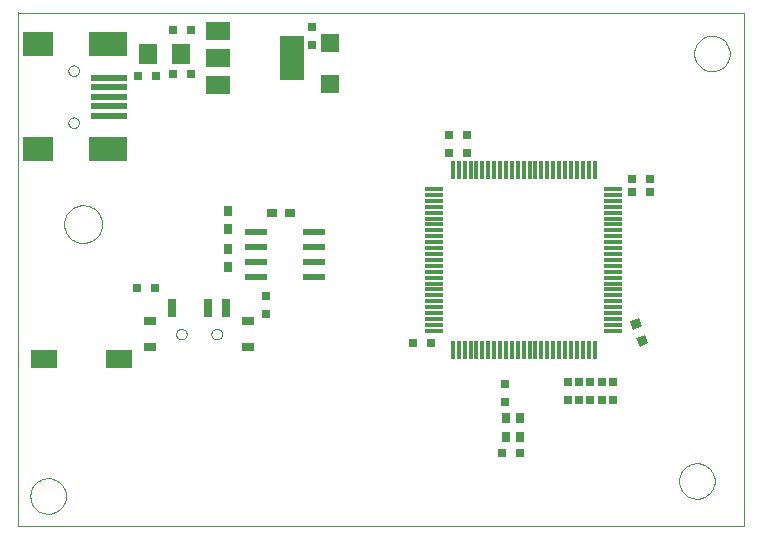
<source format=gtp>
G75*
G70*
%OFA0B0*%
%FSLAX24Y24*%
%IPPOS*%
%LPD*%
%AMOC8*
5,1,8,0,0,1.08239X$1,22.5*
%
%ADD10C,0.0000*%
%ADD11R,0.0118X0.0630*%
%ADD12R,0.0630X0.0118*%
%ADD13R,0.0315X0.0315*%
%ADD14R,0.0315X0.0315*%
%ADD15R,0.0906X0.0630*%
%ADD16R,0.0984X0.0787*%
%ADD17R,0.1299X0.0787*%
%ADD18R,0.1220X0.0197*%
%ADD19R,0.0790X0.0590*%
%ADD20R,0.0790X0.1500*%
%ADD21R,0.0780X0.0210*%
%ADD22R,0.0315X0.0354*%
%ADD23R,0.0591X0.0591*%
%ADD24R,0.0630X0.0709*%
%ADD25R,0.0394X0.0315*%
%ADD26R,0.0276X0.0591*%
%ADD27R,0.0354X0.0315*%
D10*
X000599Y000160D02*
X000599Y017278D01*
X000600Y017276D02*
X024780Y017276D01*
X024780Y000156D01*
X024779Y000160D02*
X000599Y000160D01*
X001008Y001160D02*
X001010Y001208D01*
X001016Y001256D01*
X001026Y001303D01*
X001039Y001349D01*
X001057Y001394D01*
X001077Y001438D01*
X001102Y001480D01*
X001130Y001519D01*
X001160Y001556D01*
X001194Y001590D01*
X001231Y001622D01*
X001269Y001651D01*
X001310Y001676D01*
X001353Y001698D01*
X001398Y001716D01*
X001444Y001730D01*
X001491Y001741D01*
X001539Y001748D01*
X001587Y001751D01*
X001635Y001750D01*
X001683Y001745D01*
X001731Y001736D01*
X001777Y001724D01*
X001822Y001707D01*
X001866Y001687D01*
X001908Y001664D01*
X001948Y001637D01*
X001986Y001607D01*
X002021Y001574D01*
X002053Y001538D01*
X002083Y001500D01*
X002109Y001459D01*
X002131Y001416D01*
X002151Y001372D01*
X002166Y001327D01*
X002178Y001280D01*
X002186Y001232D01*
X002190Y001184D01*
X002190Y001136D01*
X002186Y001088D01*
X002178Y001040D01*
X002166Y000993D01*
X002151Y000948D01*
X002131Y000904D01*
X002109Y000861D01*
X002083Y000820D01*
X002053Y000782D01*
X002021Y000746D01*
X001986Y000713D01*
X001948Y000683D01*
X001908Y000656D01*
X001866Y000633D01*
X001822Y000613D01*
X001777Y000596D01*
X001731Y000584D01*
X001683Y000575D01*
X001635Y000570D01*
X001587Y000569D01*
X001539Y000572D01*
X001491Y000579D01*
X001444Y000590D01*
X001398Y000604D01*
X001353Y000622D01*
X001310Y000644D01*
X001269Y000669D01*
X001231Y000698D01*
X001194Y000730D01*
X001160Y000764D01*
X001130Y000801D01*
X001102Y000840D01*
X001077Y000882D01*
X001057Y000926D01*
X001039Y000971D01*
X001026Y001017D01*
X001016Y001064D01*
X001010Y001112D01*
X001008Y001160D01*
X005861Y006558D02*
X005863Y006584D01*
X005869Y006610D01*
X005879Y006635D01*
X005892Y006658D01*
X005908Y006678D01*
X005928Y006696D01*
X005950Y006711D01*
X005973Y006723D01*
X005999Y006731D01*
X006025Y006735D01*
X006051Y006735D01*
X006077Y006731D01*
X006103Y006723D01*
X006127Y006711D01*
X006148Y006696D01*
X006168Y006678D01*
X006184Y006658D01*
X006197Y006635D01*
X006207Y006610D01*
X006213Y006584D01*
X006215Y006558D01*
X006213Y006532D01*
X006207Y006506D01*
X006197Y006481D01*
X006184Y006458D01*
X006168Y006438D01*
X006148Y006420D01*
X006126Y006405D01*
X006103Y006393D01*
X006077Y006385D01*
X006051Y006381D01*
X006025Y006381D01*
X005999Y006385D01*
X005973Y006393D01*
X005949Y006405D01*
X005928Y006420D01*
X005908Y006438D01*
X005892Y006458D01*
X005879Y006481D01*
X005869Y006506D01*
X005863Y006532D01*
X005861Y006558D01*
X007042Y006558D02*
X007044Y006584D01*
X007050Y006610D01*
X007060Y006635D01*
X007073Y006658D01*
X007089Y006678D01*
X007109Y006696D01*
X007131Y006711D01*
X007154Y006723D01*
X007180Y006731D01*
X007206Y006735D01*
X007232Y006735D01*
X007258Y006731D01*
X007284Y006723D01*
X007308Y006711D01*
X007329Y006696D01*
X007349Y006678D01*
X007365Y006658D01*
X007378Y006635D01*
X007388Y006610D01*
X007394Y006584D01*
X007396Y006558D01*
X007394Y006532D01*
X007388Y006506D01*
X007378Y006481D01*
X007365Y006458D01*
X007349Y006438D01*
X007329Y006420D01*
X007307Y006405D01*
X007284Y006393D01*
X007258Y006385D01*
X007232Y006381D01*
X007206Y006381D01*
X007180Y006385D01*
X007154Y006393D01*
X007130Y006405D01*
X007109Y006420D01*
X007089Y006438D01*
X007073Y006458D01*
X007060Y006481D01*
X007050Y006506D01*
X007044Y006532D01*
X007042Y006558D01*
X002135Y010223D02*
X002137Y010273D01*
X002143Y010323D01*
X002153Y010372D01*
X002167Y010420D01*
X002184Y010467D01*
X002205Y010512D01*
X002230Y010556D01*
X002258Y010597D01*
X002290Y010636D01*
X002324Y010673D01*
X002361Y010707D01*
X002401Y010737D01*
X002443Y010764D01*
X002487Y010788D01*
X002533Y010809D01*
X002580Y010825D01*
X002628Y010838D01*
X002678Y010847D01*
X002727Y010852D01*
X002778Y010853D01*
X002828Y010850D01*
X002877Y010843D01*
X002926Y010832D01*
X002974Y010817D01*
X003020Y010799D01*
X003065Y010777D01*
X003108Y010751D01*
X003149Y010722D01*
X003188Y010690D01*
X003224Y010655D01*
X003256Y010617D01*
X003286Y010577D01*
X003313Y010534D01*
X003336Y010490D01*
X003355Y010444D01*
X003371Y010396D01*
X003383Y010347D01*
X003391Y010298D01*
X003395Y010248D01*
X003395Y010198D01*
X003391Y010148D01*
X003383Y010099D01*
X003371Y010050D01*
X003355Y010002D01*
X003336Y009956D01*
X003313Y009912D01*
X003286Y009869D01*
X003256Y009829D01*
X003224Y009791D01*
X003188Y009756D01*
X003149Y009724D01*
X003108Y009695D01*
X003065Y009669D01*
X003020Y009647D01*
X002974Y009629D01*
X002926Y009614D01*
X002877Y009603D01*
X002828Y009596D01*
X002778Y009593D01*
X002727Y009594D01*
X002678Y009599D01*
X002628Y009608D01*
X002580Y009621D01*
X002533Y009637D01*
X002487Y009658D01*
X002443Y009682D01*
X002401Y009709D01*
X002361Y009739D01*
X002324Y009773D01*
X002290Y009810D01*
X002258Y009849D01*
X002230Y009890D01*
X002205Y009934D01*
X002184Y009979D01*
X002167Y010026D01*
X002153Y010074D01*
X002143Y010123D01*
X002137Y010173D01*
X002135Y010223D01*
X002273Y013602D02*
X002275Y013628D01*
X002281Y013654D01*
X002291Y013679D01*
X002304Y013702D01*
X002320Y013722D01*
X002340Y013740D01*
X002362Y013755D01*
X002385Y013767D01*
X002411Y013775D01*
X002437Y013779D01*
X002463Y013779D01*
X002489Y013775D01*
X002515Y013767D01*
X002539Y013755D01*
X002560Y013740D01*
X002580Y013722D01*
X002596Y013702D01*
X002609Y013679D01*
X002619Y013654D01*
X002625Y013628D01*
X002627Y013602D01*
X002625Y013576D01*
X002619Y013550D01*
X002609Y013525D01*
X002596Y013502D01*
X002580Y013482D01*
X002560Y013464D01*
X002538Y013449D01*
X002515Y013437D01*
X002489Y013429D01*
X002463Y013425D01*
X002437Y013425D01*
X002411Y013429D01*
X002385Y013437D01*
X002361Y013449D01*
X002340Y013464D01*
X002320Y013482D01*
X002304Y013502D01*
X002291Y013525D01*
X002281Y013550D01*
X002275Y013576D01*
X002273Y013602D01*
X002273Y015335D02*
X002275Y015361D01*
X002281Y015387D01*
X002291Y015412D01*
X002304Y015435D01*
X002320Y015455D01*
X002340Y015473D01*
X002362Y015488D01*
X002385Y015500D01*
X002411Y015508D01*
X002437Y015512D01*
X002463Y015512D01*
X002489Y015508D01*
X002515Y015500D01*
X002539Y015488D01*
X002560Y015473D01*
X002580Y015455D01*
X002596Y015435D01*
X002609Y015412D01*
X002619Y015387D01*
X002625Y015361D01*
X002627Y015335D01*
X002625Y015309D01*
X002619Y015283D01*
X002609Y015258D01*
X002596Y015235D01*
X002580Y015215D01*
X002560Y015197D01*
X002538Y015182D01*
X002515Y015170D01*
X002489Y015162D01*
X002463Y015158D01*
X002437Y015158D01*
X002411Y015162D01*
X002385Y015170D01*
X002361Y015182D01*
X002340Y015197D01*
X002320Y015215D01*
X002304Y015235D01*
X002291Y015258D01*
X002281Y015283D01*
X002275Y015309D01*
X002273Y015335D01*
X022633Y001660D02*
X022635Y001708D01*
X022641Y001756D01*
X022651Y001803D01*
X022664Y001849D01*
X022682Y001894D01*
X022702Y001938D01*
X022727Y001980D01*
X022755Y002019D01*
X022785Y002056D01*
X022819Y002090D01*
X022856Y002122D01*
X022894Y002151D01*
X022935Y002176D01*
X022978Y002198D01*
X023023Y002216D01*
X023069Y002230D01*
X023116Y002241D01*
X023164Y002248D01*
X023212Y002251D01*
X023260Y002250D01*
X023308Y002245D01*
X023356Y002236D01*
X023402Y002224D01*
X023447Y002207D01*
X023491Y002187D01*
X023533Y002164D01*
X023573Y002137D01*
X023611Y002107D01*
X023646Y002074D01*
X023678Y002038D01*
X023708Y002000D01*
X023734Y001959D01*
X023756Y001916D01*
X023776Y001872D01*
X023791Y001827D01*
X023803Y001780D01*
X023811Y001732D01*
X023815Y001684D01*
X023815Y001636D01*
X023811Y001588D01*
X023803Y001540D01*
X023791Y001493D01*
X023776Y001448D01*
X023756Y001404D01*
X023734Y001361D01*
X023708Y001320D01*
X023678Y001282D01*
X023646Y001246D01*
X023611Y001213D01*
X023573Y001183D01*
X023533Y001156D01*
X023491Y001133D01*
X023447Y001113D01*
X023402Y001096D01*
X023356Y001084D01*
X023308Y001075D01*
X023260Y001070D01*
X023212Y001069D01*
X023164Y001072D01*
X023116Y001079D01*
X023069Y001090D01*
X023023Y001104D01*
X022978Y001122D01*
X022935Y001144D01*
X022894Y001169D01*
X022856Y001198D01*
X022819Y001230D01*
X022785Y001264D01*
X022755Y001301D01*
X022727Y001340D01*
X022702Y001382D01*
X022682Y001426D01*
X022664Y001471D01*
X022651Y001517D01*
X022641Y001564D01*
X022635Y001612D01*
X022633Y001660D01*
X023133Y015910D02*
X023135Y015958D01*
X023141Y016006D01*
X023151Y016053D01*
X023164Y016099D01*
X023182Y016144D01*
X023202Y016188D01*
X023227Y016230D01*
X023255Y016269D01*
X023285Y016306D01*
X023319Y016340D01*
X023356Y016372D01*
X023394Y016401D01*
X023435Y016426D01*
X023478Y016448D01*
X023523Y016466D01*
X023569Y016480D01*
X023616Y016491D01*
X023664Y016498D01*
X023712Y016501D01*
X023760Y016500D01*
X023808Y016495D01*
X023856Y016486D01*
X023902Y016474D01*
X023947Y016457D01*
X023991Y016437D01*
X024033Y016414D01*
X024073Y016387D01*
X024111Y016357D01*
X024146Y016324D01*
X024178Y016288D01*
X024208Y016250D01*
X024234Y016209D01*
X024256Y016166D01*
X024276Y016122D01*
X024291Y016077D01*
X024303Y016030D01*
X024311Y015982D01*
X024315Y015934D01*
X024315Y015886D01*
X024311Y015838D01*
X024303Y015790D01*
X024291Y015743D01*
X024276Y015698D01*
X024256Y015654D01*
X024234Y015611D01*
X024208Y015570D01*
X024178Y015532D01*
X024146Y015496D01*
X024111Y015463D01*
X024073Y015433D01*
X024033Y015406D01*
X023991Y015383D01*
X023947Y015363D01*
X023902Y015346D01*
X023856Y015334D01*
X023808Y015325D01*
X023760Y015320D01*
X023712Y015319D01*
X023664Y015322D01*
X023616Y015329D01*
X023569Y015340D01*
X023523Y015354D01*
X023478Y015372D01*
X023435Y015394D01*
X023394Y015419D01*
X023356Y015448D01*
X023319Y015480D01*
X023285Y015514D01*
X023255Y015551D01*
X023227Y015590D01*
X023202Y015632D01*
X023182Y015676D01*
X023164Y015721D01*
X023151Y015767D01*
X023141Y015814D01*
X023135Y015862D01*
X023133Y015910D01*
D11*
X019812Y012023D03*
X019615Y012023D03*
X019419Y012023D03*
X019222Y012023D03*
X019025Y012023D03*
X018828Y012023D03*
X018631Y012023D03*
X018434Y012023D03*
X018237Y012023D03*
X018041Y012023D03*
X017844Y012023D03*
X017647Y012023D03*
X017450Y012023D03*
X017253Y012023D03*
X017056Y012023D03*
X016859Y012023D03*
X016663Y012023D03*
X016466Y012023D03*
X016269Y012023D03*
X016072Y012023D03*
X015875Y012023D03*
X015678Y012023D03*
X015481Y012023D03*
X015285Y012023D03*
X015088Y012023D03*
X015088Y006039D03*
X015285Y006039D03*
X015481Y006039D03*
X015678Y006039D03*
X015875Y006039D03*
X016072Y006039D03*
X016269Y006039D03*
X016466Y006039D03*
X016663Y006039D03*
X016859Y006039D03*
X017056Y006039D03*
X017253Y006039D03*
X017450Y006039D03*
X017647Y006039D03*
X017844Y006039D03*
X018041Y006039D03*
X018237Y006039D03*
X018434Y006039D03*
X018631Y006039D03*
X018828Y006039D03*
X019025Y006039D03*
X019222Y006039D03*
X019419Y006039D03*
X019615Y006039D03*
X019812Y006039D03*
D12*
X020442Y006669D03*
X020442Y006866D03*
X020442Y007063D03*
X020442Y007259D03*
X020442Y007456D03*
X020442Y007653D03*
X020442Y007850D03*
X020442Y008047D03*
X020442Y008244D03*
X020442Y008441D03*
X020442Y008637D03*
X020442Y008834D03*
X020442Y009031D03*
X020442Y009228D03*
X020442Y009425D03*
X020442Y009622D03*
X020442Y009819D03*
X020442Y010015D03*
X020442Y010212D03*
X020442Y010409D03*
X020442Y010606D03*
X020442Y010803D03*
X020442Y011000D03*
X020442Y011196D03*
X020442Y011393D03*
X014458Y011393D03*
X014458Y011196D03*
X014458Y011000D03*
X014458Y010803D03*
X014458Y010606D03*
X014458Y010409D03*
X014458Y010212D03*
X014458Y010015D03*
X014458Y009819D03*
X014458Y009622D03*
X014458Y009425D03*
X014458Y009228D03*
X014458Y009031D03*
X014458Y008834D03*
X014458Y008637D03*
X014458Y008441D03*
X014458Y008244D03*
X014458Y008047D03*
X014458Y007850D03*
X014458Y007653D03*
X014458Y007456D03*
X014458Y007259D03*
X014458Y007063D03*
X014458Y006866D03*
X014458Y006669D03*
D13*
X014357Y006257D03*
X013757Y006257D03*
X016812Y004879D03*
X016812Y004279D03*
X018915Y004377D03*
X019291Y004377D03*
X019672Y004377D03*
X020048Y004377D03*
X020424Y004377D03*
X020424Y004977D03*
X020048Y004977D03*
X019672Y004977D03*
X019291Y004977D03*
X018915Y004977D03*
X017334Y002598D03*
X016734Y002598D03*
X008876Y007233D03*
X008876Y007833D03*
X005174Y008081D03*
X004574Y008081D03*
X004595Y015159D03*
X005195Y015159D03*
X005753Y015223D03*
X006353Y015223D03*
X006366Y016698D03*
X005766Y016698D03*
X010406Y016780D03*
X010406Y016180D03*
X014975Y013195D03*
X014975Y012595D03*
X015575Y012597D03*
X015575Y013197D03*
X021067Y011719D03*
X021667Y011719D03*
X021663Y011294D03*
X021063Y011294D03*
D14*
G36*
X021108Y006704D02*
X021000Y006998D01*
X021294Y007106D01*
X021402Y006812D01*
X021108Y006704D01*
G37*
G36*
X021313Y006140D02*
X021205Y006434D01*
X021499Y006542D01*
X021607Y006248D01*
X021313Y006140D01*
G37*
D15*
X003953Y005744D03*
X001472Y005744D03*
D16*
X001269Y012717D03*
X001269Y016221D03*
D17*
X003592Y016221D03*
X003592Y012717D03*
D18*
X003631Y013839D03*
X003631Y014154D03*
X003631Y014469D03*
X003631Y014784D03*
X003631Y015099D03*
D19*
X007260Y014859D03*
X007260Y015759D03*
X007260Y016659D03*
D20*
X009740Y015769D03*
D21*
X010458Y009969D03*
X010458Y009469D03*
X010458Y008969D03*
X010458Y008469D03*
X008518Y008469D03*
X008518Y008969D03*
X008518Y009469D03*
X008518Y009969D03*
D22*
X007599Y010060D03*
X007599Y010660D03*
X007599Y009410D03*
X007599Y008810D03*
X016845Y003776D03*
X017337Y003776D03*
X017337Y003126D03*
X016845Y003126D03*
D23*
X011000Y014892D03*
X011000Y016270D03*
D24*
X006016Y015904D03*
X004914Y015904D03*
D25*
X004994Y006991D03*
X004994Y006125D03*
X008262Y006125D03*
X008262Y006991D03*
D26*
X007514Y007444D03*
X006923Y007444D03*
X005742Y007444D03*
D27*
X009062Y010610D03*
X009662Y010610D03*
M02*

</source>
